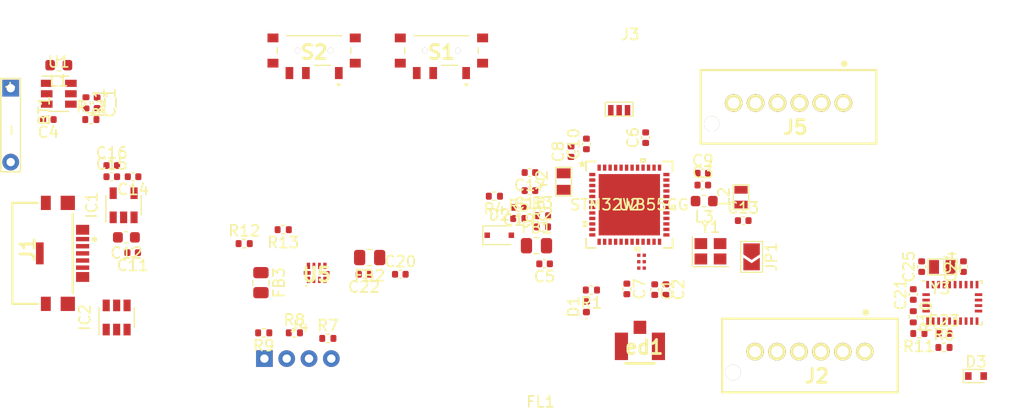
<source format=kicad_pcb>
(kicad_pcb (version 20171130) (host pcbnew 5.1.9-1.fc32)
  (layers (0 F.Cu signal) (1 GND power) (2 PWR power) (31 B.Cu signal) (34 B.Paste user) (35 F.Paste user) (36 B.SilkS user) (37 F.SilkS user) (38 B.Mask user) (39 F.Mask user) (44 Edge.Cuts user))
  (net 0 "")
  (net 1 "Net-(C17-Pad1)")
  (net 2 NRST)
  (net 3 +3V3)
  (net 4 +1V5)
  (net 5 "Net-(R_1-Pad2)")
  (net 6 GND)
  (net 7 "Net-(L1-Pad2)")
  (net 8 I2C_SCL)
  (net 9 I2C_SDA)
  (net 10 "Net-(FB3-Pad1)")
  (net 11 BNO055_INT)
  (net 12 "Net-(U4-Pad13)")
  (net 13 "Net-(U4-Pad12)")
  (net 14 "Net-(C24-Pad1)")
  (net 15 "Net-(U4-Pad8)")
  (net 16 "Net-(U4-Pad7)")
  (net 17 "Net-(U4-Pad21)")
  (net 18 "Net-(U4-Pad22)")
  (net 19 "Net-(U4-Pad23)")
  (net 20 "Net-(U4-Pad24)")
  (net 21 "Net-(C25-Pad1)")
  (net 22 "Net-(U4-Pad1)")
  (net 23 RF1)
  (net 24 SPI_MOSI)
  (net 25 SPI_MISO)
  (net 26 LED_BLUE)
  (net 27 SPI_SCK)
  (net 28 "Net-(C14-Pad1)")
  (net 29 "Net-(J1-Pad4)")
  (net 30 +5V)
  (net 31 "Net-(FL1-Pad1)")
  (net 32 "Net-(C19-Pad1)")
  (net 33 BNO055_RESET)
  (net 34 3v3fromUSB)
  (net 35 "Net-(IC2-Pad6)")
  (net 36 "Net-(IC2-Pad4)")
  (net 37 USB_D+)
  (net 38 USB_D-)
  (net 39 "Net-(C13-Pad1)")
  (net 40 3v3fromBAT)
  (net 41 ADC_ALERT)
  (net 42 GENERAL_PIN_OUT3)
  (net 43 GENERAL_PIN_OUT2)
  (net 44 SYS_JTDO-SWO)
  (net 45 "Net-(U2-Pad42)")
  (net 46 SYS_JTCK-SWCLK)
  (net 47 SYS_JTMS-SWDIO)
  (net 48 "Net-(U2-Pad36)")
  (net 49 "Net-(L3-Pad2)")
  (net 50 "Net-(U2-Pad29)")
  (net 51 "Net-(U2-Pad28)")
  (net 52 "Net-(U2-Pad27)")
  (net 53 "Net-(U2-Pad26)")
  (net 54 "Net-(U2-Pad25)")
  (net 55 "Net-(U2-Pad24)")
  (net 56 "Net-(U2-Pad19)")
  (net 57 "Net-(U2-Pad18)")
  (net 58 "Net-(U2-Pad17)")
  (net 59 GENERAL_PIN_OUT1)
  (net 60 "Net-(U2-Pad12)")
  (net 61 "Net-(U2-Pad11)")
  (net 62 "Net-(U2-Pad9)")
  (net 63 "Net-(R4-Pad1)")
  (net 64 "Net-(C18-Pad1)")
  (net 65 "Net-(C23-Pad1)")
  (net 66 "Net-(R10-Pad1)")
  (net 67 "Net-(R11-Pad1)")
  (net 68 "Net-(C22-Pad2)")
  (net 69 "Net-(U5-Pad7)")
  (net 70 "Net-(R13-Pad1)")
  (net 71 "Net-(D1-Pad2)")
  (net 72 "Net-(J4-Pad4)")
  (net 73 "Net-(J4-Pad3)")
  (net 74 "Net-(J4-Pad2)")
  (net 75 "Net-(L2-Pad2)")
  (net 76 "Net-(C5-Pad1)")
  (net 77 "Net-(S1-PadMP4)")
  (net 78 "Net-(S1-PadMP3)")
  (net 79 "Net-(S1-PadMP2)")
  (net 80 "Net-(S1-PadMP1)")
  (net 81 "Net-(S1-Pad3)")
  (net 82 "Net-(S2-PadMP4)")
  (net 83 "Net-(S2-PadMP3)")
  (net 84 "Net-(S2-PadMP2)")
  (net 85 "Net-(S2-PadMP1)")
  (net 86 "Net-(D3-Pad2)")
  (module RECE_antena_connector:RECE.20279.001E.01 (layer F.Cu) (at 210.6168 99.4664 180)
    (fp_text reference ed1 (at -0.3853 -0.07545) (layer F.SilkS) (effects (font (size 1.27 1.27) (thickness 0.254))))
    (fp_text value RECE.20279.001E.01 hide)
    (pad 3 smd rect (at 0 1.73 180) (size 1.15 1.2) (layers F.Cu F.Paste F.Mask) (net 31 "Net-(FL1-Pad1)"))
    (pad 2 smd rect (at 1.685 0 180) (size 1.2 2.5) (layers F.Cu F.Paste F.Mask) (net 6 GND))
    (pad 1 smd rect (at -1.685 0 180) (size 1.2 2.5) (layers F.Cu F.Paste F.Mask) (net 6 GND))
  )
  (module 0Pretty:Crystal_2012_custom (layer F.Cu) (at 238.1631 92.2528 180)
    (fp_text reference Y3 (at 0.17 -1.95) (layer F.SilkS))
    (fp_text value NX2012SA-32768K)
    (pad 2 smd rect (at 0.75 0.02 180) (size 0.9 1.25) (layers F.Cu F.Paste F.Mask) (net 21 "Net-(C25-Pad1)"))
    (pad 1 smd rect (at -0.75 0.02 180) (size 0.9 1.25) (layers F.Cu F.Paste F.Mask) (net 14 "Net-(C24-Pad1)"))
  )
  (module 0Pretty:Crystal_2012_custom (layer F.Cu) (at 203.6445 84.4535 90)
    (fp_text reference Y2 (at 0.17 -1.95 90) (layer F.SilkS))
    (fp_text value NX2012SA-32768K)
    (pad 2 smd rect (at 0.75 0.02 90) (size 0.9 1.25) (layers F.Cu F.Paste F.Mask) (net 1 "Net-(C17-Pad1)"))
    (pad 1 smd rect (at -0.75 0.02 90) (size 0.9 1.25) (layers F.Cu F.Paste F.Mask) (net 64 "Net-(C18-Pad1)"))
  )
  (module ADS1115:ADS1115IRUGR (layer F.Cu) (at 181.1655 92.7735)
    (fp_text reference U5 (at 0 0.163) (layer F.SilkS) (effects (font (size 1.27 1.27) (thickness 0.254))))
    (fp_text value ADS1115IDGS hide)
    (pad 10 smd rect (at -0.86 0 90) (size 0.35 0.63) (layers F.Cu F.Paste F.Mask) (net 8 I2C_SCL))
    (pad 9 smd rect (at -0.75 -0.638) (size 0.3 0.575) (layers F.Cu F.Paste F.Mask) (net 9 I2C_SDA))
    (pad 8 smd rect (at -0.25 -0.638) (size 0.25 0.575) (layers F.Cu F.Paste F.Mask) (net 68 "Net-(C22-Pad2)"))
    (pad 7 smd rect (at 0.25 -0.638) (size 0.25 0.575) (layers F.Cu F.Paste F.Mask) (net 69 "Net-(U5-Pad7)"))
    (pad 6 smd rect (at 0.75 -0.638) (size 0.3 0.575) (layers F.Cu F.Paste F.Mask) (net 72 "Net-(J4-Pad4)"))
    (pad 5 smd rect (at 0.86 0 90) (size 0.35 0.63) (layers F.Cu F.Paste F.Mask) (net 73 "Net-(J4-Pad3)"))
    (pad 4 smd rect (at 0.75 0.638) (size 0.3 0.575) (layers F.Cu F.Paste F.Mask) (net 74 "Net-(J4-Pad2)"))
    (pad 3 smd rect (at 0.25 0.638) (size 0.25 0.575) (layers F.Cu F.Paste F.Mask) (net 10 "Net-(FB3-Pad1)"))
    (pad 2 smd rect (at -0.25 0.638) (size 0.25 0.575) (layers F.Cu F.Paste F.Mask) (net 41 ADC_ALERT))
    (pad 1 smd rect (at -0.75 0.638) (size 0.3 0.575) (layers F.Cu F.Paste F.Mask) (net 70 "Net-(R13-Pad1)"))
  )
  (module 0Pretty:L_0712_SMD (layer F.Cu) (at 219.8243 85.8774 90)
    (fp_text reference L2 (at 0.06 -1.55 90) (layer F.SilkS))
    (fp_text value 10u)
    (pad 2 smd rect (at 0.67 0 90) (size 0.7 1.2) (layers F.Cu F.Paste F.Mask) (net 75 "Net-(L2-Pad2)"))
    (pad 1 smd rect (at -0.67 0 90) (size 0.7 1.2) (layers F.Cu F.Paste F.Mask) (net 39 "Net-(C13-Pad1)"))
  )
  (module Package_TO_SOT_SMD:SOT-23-6 (layer F.Cu) (at 162.941 96.8375 90)
    (fp_text reference IC2 (at 0 -2.9 90) (layer F.SilkS))
    (fp_text value USBLC6-2SC6)
    (pad 5 smd rect (at 1.1 0 90) (size 1.06 0.65) (layers F.Cu F.Paste F.Mask) (net 30 +5V))
    (pad 6 smd rect (at 1.1 -0.95 90) (size 1.06 0.65) (layers F.Cu F.Paste F.Mask) (net 35 "Net-(IC2-Pad6)"))
    (pad 4 smd rect (at 1.1 0.95 90) (size 1.06 0.65) (layers F.Cu F.Paste F.Mask) (net 36 "Net-(IC2-Pad4)"))
    (pad 3 smd rect (at -1.1 0.95 90) (size 1.06 0.65) (layers F.Cu F.Paste F.Mask) (net 37 USB_D+))
    (pad 2 smd rect (at -1.1 0 90) (size 1.06 0.65) (layers F.Cu F.Paste F.Mask) (net 6 GND))
    (pad 1 smd rect (at -1.1 -0.95 90) (size 1.06 0.65) (layers F.Cu F.Paste F.Mask) (net 38 USB_D-))
  )
  (module Package_TO_SOT_SMD:SOT-23-5 (layer F.Cu) (at 163.576 86.614 90)
    (fp_text reference IC1 (at 0 -2.9 90) (layer F.SilkS))
    (fp_text value LD3985M33R)
    (pad 5 smd rect (at 1.1 -0.95 90) (size 1.06 0.65) (layers F.Cu F.Paste F.Mask) (net 34 3v3fromUSB))
    (pad 4 smd rect (at 1.1 0.95 90) (size 1.06 0.65) (layers F.Cu F.Paste F.Mask) (net 28 "Net-(C14-Pad1)"))
    (pad 3 smd rect (at -1.1 0.95 90) (size 1.06 0.65) (layers F.Cu F.Paste F.Mask) (net 30 +5V))
    (pad 2 smd rect (at -1.1 0 90) (size 1.06 0.65) (layers F.Cu F.Paste F.Mask) (net 6 GND))
    (pad 1 smd rect (at -1.1 -0.95 90) (size 1.06 0.65) (layers F.Cu F.Paste F.Mask) (net 30 +5V))
  )
  (module vypinac:MLL1200S (layer F.Cu) (at 192.532 72.517 180)
    (fp_text reference S1 (at 0 -0.15) (layer F.SilkS) (effects (font (size 1.27 1.27) (thickness 0.254))))
    (fp_text value MLL1200S hide)
    (pad MP4 smd rect (at -3.75 1.15 270) (size 0.8 1) (layers F.Cu F.Paste F.Mask) (net 77 "Net-(S1-PadMP4)"))
    (pad MP3 smd rect (at 3.75 1.15 270) (size 0.8 1) (layers F.Cu F.Paste F.Mask) (net 78 "Net-(S1-PadMP3)"))
    (pad MP2 smd rect (at 3.75 -1.15 270) (size 0.8 1) (layers F.Cu F.Paste F.Mask) (net 79 "Net-(S1-PadMP2)"))
    (pad MP1 smd rect (at -3.75 -1.15 270) (size 0.8 1) (layers F.Cu F.Paste F.Mask) (net 80 "Net-(S1-PadMP1)"))
    (pad MH2 thru_hole circle (at 1.5 0 270) (size 0.5 0.5) (drill 1) (layers *.Cu *.Mask F.SilkS))
    (pad MH1 thru_hole circle (at -1.5 0 270) (size 0.5 0.5) (drill 1) (layers *.Cu *.Mask F.SilkS))
    (pad 3 smd rect (at 2.25 -2.05 180) (size 0.7 1.1) (layers F.Cu F.Paste F.Mask) (net 81 "Net-(S1-Pad3)"))
    (pad 2 smd rect (at 0.75 -2.05 180) (size 0.7 1.1) (layers F.Cu F.Paste F.Mask) (net 63 "Net-(R4-Pad1)"))
    (pad 1 smd rect (at -2.25 -2.05 180) (size 0.7 1.1) (layers F.Cu F.Paste F.Mask) (net 3 +3V3))
  )
  (module 0Pretty:MLPF-WB55-02E3 (layer F.Cu) (at 211.2205 92.5875 180)
    (fp_text reference FL1 (at 9.652 -11.938) (layer F.SilkS))
    (fp_text value MLPF-WB55-01E3)
    (pad 5 smd rect (at 0.71 0.83 180) (size 0.3 0.3) (layers F.Cu F.Paste F.Mask) (net 6 GND))
    (pad 6 smd rect (at 0.71 1.42 180) (size 0.3 0.3) (layers F.Cu F.Paste F.Mask) (net 6 GND))
    (pad 3 smd rect (at 0.21 1.42 180) (size 0.3 0.3) (layers F.Cu F.Paste F.Mask) (net 23 RF1))
    (pad 2 smd rect (at 0.21 0.83 180) (size 0.3 0.3) (layers F.Cu F.Paste F.Mask) (net 6 GND))
    (pad 4 smd rect (at 0.71 0.25 180) (size 0.3 0.3) (layers F.Cu F.Paste F.Mask) (net 6 GND))
    (pad 1 smd rect (at 0.21 0.25 180) (size 0.3 0.3) (layers F.Cu F.Paste F.Mask) (net 31 "Net-(FL1-Pad1)"))
  )
  (module vypinac:MLL1200S (layer F.Cu) (at 180.932 72.517 180)
    (fp_text reference S2 (at 0 -0.15) (layer F.SilkS) (effects (font (size 1.27 1.27) (thickness 0.254))))
    (fp_text value MLL1200S hide)
    (pad MP4 smd rect (at -3.75 1.15 270) (size 0.8 1) (layers F.Cu F.Paste F.Mask) (net 82 "Net-(S2-PadMP4)"))
    (pad MP3 smd rect (at 3.75 1.15 270) (size 0.8 1) (layers F.Cu F.Paste F.Mask) (net 83 "Net-(S2-PadMP3)"))
    (pad MP2 smd rect (at 3.75 -1.15 270) (size 0.8 1) (layers F.Cu F.Paste F.Mask) (net 84 "Net-(S2-PadMP2)"))
    (pad MP1 smd rect (at -3.75 -1.15 270) (size 0.8 1) (layers F.Cu F.Paste F.Mask) (net 85 "Net-(S2-PadMP1)"))
    (pad MH2 thru_hole circle (at 1.5 0 270) (size 0.5 0.5) (drill 1) (layers *.Cu *.Mask F.SilkS))
    (pad MH1 thru_hole circle (at -1.5 0 270) (size 0.5 0.5) (drill 1) (layers *.Cu *.Mask F.SilkS))
    (pad 3 smd rect (at 2.25 -2.05 180) (size 0.7 1.1) (layers F.Cu F.Paste F.Mask) (net 34 3v3fromUSB))
    (pad 2 smd rect (at 0.75 -2.05 180) (size 0.7 1.1) (layers F.Cu F.Paste F.Mask) (net 3 +3V3))
    (pad 1 smd rect (at -2.25 -2.05 180) (size 0.7 1.1) (layers F.Cu F.Paste F.Mask) (net 40 3v3fromBAT))
  )
  (module Diode_SMD:D_SOD-523 (layer F.Cu) (at 241.235 102.1715)
    (fp_text reference D3 (at 0 -1.3) (layer F.SilkS))
    (fp_text value 1N4148WT)
    (pad 1 smd rect (at -0.7 0 180) (size 0.6 0.7) (layers F.Cu F.Paste F.Mask) (net 33 BNO055_RESET))
    (pad 2 smd rect (at 0.7 0 180) (size 0.6 0.7) (layers F.Cu F.Paste F.Mask) (net 86 "Net-(D3-Pad2)"))
  )
  (module 0Pretty:battery_connector (layer F.Cu) (at 154.178 78.105 270)
    (fp_text reference BT1 (at -0.127 -2.159 270) (layer F.SilkS))
    (fp_text value Battery_Cell)
    (fp_text user - (at 1.651 0.889 90) (layer F.SilkS))
    (fp_text user + (at -2.286 1.016 90) (layer F.SilkS))
    (pad 2 thru_hole circle (at 4.572 0.889 270) (size 1.524 1.524) (drill 0.762) (layers *.Cu *.Mask) (net 6 GND))
    (pad 1 thru_hole rect (at -2.159 0.889 270) (size 1.524 1.524) (drill 0.762) (layers *.Cu *.Mask) (net 4 +1V5))
  )
  (module Resistor_SMD:R_0402_1005Metric (layer F.Cu) (at 160.5915 78.8035)
    (fp_text reference R_2 (at 0 -1.17) (layer F.SilkS))
    (fp_text value 562k)
    (pad 2 smd roundrect (at 0.51 0) (size 0.54 0.64) (layers F.Cu F.Paste F.Mask) (net 6 GND))
    (pad 1 smd roundrect (at -0.51 0) (size 0.54 0.64) (layers F.Cu F.Paste F.Mask) (net 5 "Net-(R_1-Pad2)"))
  )
  (module Resistor_SMD:R_0402_1005Metric (layer F.Cu) (at 160.147 77.2795 270)
    (fp_text reference R_1 (at 0 -1.17 90) (layer F.SilkS))
    (fp_text value 976k)
    (pad 2 smd roundrect (at 0.51 0 270) (size 0.54 0.64) (layers F.Cu F.Paste F.Mask) (net 5 "Net-(R_1-Pad2)"))
    (pad 1 smd roundrect (at -0.51 0 270) (size 0.54 0.64) (layers F.Cu F.Paste F.Mask) (net 40 3v3fromBAT))
  )
  (module Resistor_SMD:R_0402_1005Metric (layer F.Cu) (at 178.1175 88.8365 180)
    (fp_text reference R13 (at 0 -1.17) (layer F.SilkS))
    (fp_text value 10K)
    (pad 2 smd roundrect (at 0.51 0 180) (size 0.54 0.64) (layers F.Cu F.Paste F.Mask) (net 6 GND))
    (pad 1 smd roundrect (at -0.51 0 180) (size 0.54 0.64) (layers F.Cu F.Paste F.Mask) (net 70 "Net-(R13-Pad1)"))
  )
  (module Resistor_SMD:R_0402_1005Metric (layer F.Cu) (at 174.5615 90.1065)
    (fp_text reference R12 (at 0 -1.17) (layer F.SilkS))
    (fp_text value 10K)
    (pad 2 smd roundrect (at 0.51 0) (size 0.54 0.64) (layers F.Cu F.Paste F.Mask) (net 41 ADC_ALERT))
    (pad 1 smd roundrect (at -0.51 0) (size 0.54 0.64) (layers F.Cu F.Paste F.Mask) (net 3 +3V3))
  )
  (module Resistor_SMD:R_0402_1005Metric (layer F.Cu) (at 236.0295 98.298 180)
    (fp_text reference R11 (at 0 -1.17) (layer F.SilkS))
    (fp_text value 10K)
    (pad 2 smd roundrect (at 0.51 0 180) (size 0.54 0.64) (layers F.Cu F.Paste F.Mask) (net 6 GND))
    (pad 1 smd roundrect (at -0.51 0 180) (size 0.54 0.64) (layers F.Cu F.Paste F.Mask) (net 67 "Net-(R11-Pad1)"))
  )
  (module Resistor_SMD:R_0402_1005Metric (layer F.Cu) (at 235.5215 96.774 270)
    (fp_text reference R10 (at 0 -1.17 90) (layer F.SilkS))
    (fp_text value 10K)
    (pad 2 smd roundrect (at 0.51 0 270) (size 0.54 0.64) (layers F.Cu F.Paste F.Mask) (net 6 GND))
    (pad 1 smd roundrect (at -0.51 0 270) (size 0.54 0.64) (layers F.Cu F.Paste F.Mask) (net 66 "Net-(R10-Pad1)"))
  )
  (module Resistor_SMD:R_0402_1005Metric (layer F.Cu) (at 176.3395 98.2345 180)
    (fp_text reference R9 (at 0 -1.17) (layer F.SilkS))
    (fp_text value 100K)
    (pad 2 smd roundrect (at 0.51 0 180) (size 0.54 0.64) (layers F.Cu F.Paste F.Mask) (net 6 GND))
    (pad 1 smd roundrect (at -0.51 0 180) (size 0.54 0.64) (layers F.Cu F.Paste F.Mask) (net 74 "Net-(J4-Pad2)"))
  )
  (module Resistor_SMD:R_0402_1005Metric (layer F.Cu) (at 179.1335 98.2345)
    (fp_text reference R8 (at 0 -1.17) (layer F.SilkS))
    (fp_text value 100K)
    (pad 2 smd roundrect (at 0.51 0) (size 0.54 0.64) (layers F.Cu F.Paste F.Mask) (net 6 GND))
    (pad 1 smd roundrect (at -0.51 0) (size 0.54 0.64) (layers F.Cu F.Paste F.Mask) (net 73 "Net-(J4-Pad3)"))
  )
  (module Resistor_SMD:R_0402_1005Metric (layer F.Cu) (at 182.1815 98.7425)
    (fp_text reference R7 (at 0 -1.17) (layer F.SilkS))
    (fp_text value 100K)
    (pad 2 smd roundrect (at 0.51 0) (size 0.54 0.64) (layers F.Cu F.Paste F.Mask) (net 6 GND))
    (pad 1 smd roundrect (at -0.51 0) (size 0.54 0.64) (layers F.Cu F.Paste F.Mask) (net 72 "Net-(J4-Pad4)"))
  )
  (module Resistor_SMD:R_0402_1005Metric (layer F.Cu) (at 238.3155 99.568)
    (fp_text reference R6 (at 0 -1.17) (layer F.SilkS))
    (fp_text value 10K)
    (pad 2 smd roundrect (at 0.51 0) (size 0.54 0.64) (layers F.Cu F.Paste F.Mask) (net 86 "Net-(D3-Pad2)"))
    (pad 1 smd roundrect (at -0.51 0) (size 0.54 0.64) (layers F.Cu F.Paste F.Mask) (net 3 +3V3))
  )
  (module Resistor_SMD:R_0402_1005Metric (layer F.Cu) (at 199.5805 87.8205)
    (fp_text reference R5 (at 0 -1.17) (layer F.SilkS))
    (fp_text value 100K)
    (pad 2 smd roundrect (at 0.51 0) (size 0.54 0.64) (layers F.Cu F.Paste F.Mask) (net 32 "Net-(C19-Pad1)"))
    (pad 1 smd roundrect (at -0.51 0) (size 0.54 0.64) (layers F.Cu F.Paste F.Mask) (net 3 +3V3))
  )
  (module Resistor_SMD:R_0402_1005Metric (layer F.Cu) (at 197.358 85.7885 180)
    (fp_text reference R4 (at 0 -1.17) (layer F.SilkS))
    (fp_text value 10K)
    (pad 2 smd roundrect (at 0.51 0 180) (size 0.54 0.64) (layers F.Cu F.Paste F.Mask) (net 6 GND))
    (pad 1 smd roundrect (at -0.51 0 180) (size 0.54 0.64) (layers F.Cu F.Paste F.Mask) (net 63 "Net-(R4-Pad1)"))
  )
  (module Resistor_SMD:R_0402_1005Metric (layer F.Cu) (at 201.7395 87.5665)
    (fp_text reference R3 (at 0 -1.17) (layer F.SilkS))
    (fp_text value 10K)
    (pad 2 smd roundrect (at 0.51 0) (size 0.54 0.64) (layers F.Cu F.Paste F.Mask) (net 8 I2C_SCL))
    (pad 1 smd roundrect (at -0.51 0) (size 0.54 0.64) (layers F.Cu F.Paste F.Mask) (net 3 +3V3))
  )
  (module Resistor_SMD:R_0402_1005Metric (layer F.Cu) (at 201.7395 88.5825)
    (fp_text reference R2 (at 0 -1.17) (layer F.SilkS))
    (fp_text value 10K)
    (pad 2 smd roundrect (at 0.51 0) (size 0.54 0.64) (layers F.Cu F.Paste F.Mask) (net 9 I2C_SDA))
    (pad 1 smd roundrect (at -0.51 0) (size 0.54 0.64) (layers F.Cu F.Paste F.Mask) (net 3 +3V3))
  )
  (module Resistor_SMD:R_0402_1005Metric (layer F.Cu) (at 206.1952 94.3356 180)
    (fp_text reference R1 (at 0 -1.17) (layer F.SilkS))
    (fp_text value 100K)
    (pad 2 smd roundrect (at 0.51 0 180) (size 0.54 0.64) (layers F.Cu F.Paste F.Mask) (net 71 "Net-(D1-Pad2)"))
    (pad 1 smd roundrect (at -0.51 0 180) (size 0.54 0.64) (layers F.Cu F.Paste F.Mask) (net 26 LED_BLUE))
  )
  (module Inductor_SMD:L_0603_1608Metric (layer F.Cu) (at 216.4715 86.233 180)
    (fp_text reference L3 (at 0 -1.43) (layer F.SilkS))
    (fp_text value 10n)
    (pad 2 smd roundrect (at 0.7875 0 180) (size 0.875 0.95) (layers F.Cu F.Paste F.Mask) (net 49 "Net-(L3-Pad2)"))
    (pad 1 smd roundrect (at -0.7875 0 180) (size 0.875 0.95) (layers F.Cu F.Paste F.Mask) (net 75 "Net-(L2-Pad2)"))
  )
  (module Inductor_SMD:L_0603_1608Metric (layer F.Cu) (at 157.6705 73.8505 180)
    (fp_text reference L1 (at 0 -1.43) (layer F.SilkS))
    (fp_text value 4u7)
    (pad 2 smd roundrect (at 0.7875 0 180) (size 0.875 0.95) (layers F.Cu F.Paste F.Mask) (net 7 "Net-(L1-Pad2)"))
    (pad 1 smd roundrect (at -0.7875 0 180) (size 0.875 0.95) (layers F.Cu F.Paste F.Mask) (net 4 +1V5))
  )
  (module Molexkonektor:55932-0610 (layer F.Cu) (at 224.155 74.295 180)
    (fp_text reference J5 (at -0.627 -5.219) (layer F.SilkS) (effects (font (size 1.27 1.27) (thickness 0.254))))
    (fp_text value Conn_01x06_Male hide)
    (pad 7 thru_hole circle (at 7 -4.9 270) (size 1.4 1.4) (drill 1.4) (layers *.Cu *.Mask F.SilkS))
    (pad 6 thru_hole circle (at 5 -3 270) (size 1.6 1.6) (drill 1.05) (layers *.Cu *.Mask F.SilkS) (net 6 GND))
    (pad 5 thru_hole circle (at 3 -3 270) (size 1.6 1.6) (drill 1.05) (layers *.Cu *.Mask F.SilkS) (net 44 SYS_JTDO-SWO))
    (pad 4 thru_hole circle (at 1 -3 270) (size 1.6 1.6) (drill 1.05) (layers *.Cu *.Mask F.SilkS) (net 46 SYS_JTCK-SWCLK))
    (pad 3 thru_hole circle (at -1 -3 270) (size 1.6 1.6) (drill 1.05) (layers *.Cu *.Mask F.SilkS) (net 47 SYS_JTMS-SWDIO))
    (pad 2 thru_hole circle (at -3 -3 270) (size 1.6 1.6) (drill 1.05) (layers *.Cu *.Mask F.SilkS) (net 2 NRST))
    (pad 1 thru_hole circle (at -5 -3 270) (size 1.6 1.6) (drill 1.05) (layers *.Cu *.Mask F.SilkS) (net 3 +3V3))
  )
  (module 0Pretty:Pin_FSR (layer F.Cu) (at 178.562 99.822)
    (fp_text reference J4 (at 1.016 -2.159) (layer F.SilkS))
    (fp_text value Conn_01x04_Male)
    (pad 4 thru_hole oval (at 3.937 0.762) (size 1.524 1.524) (drill 0.762) (layers *.Cu *.Mask) (net 72 "Net-(J4-Pad4)"))
    (pad 3 thru_hole oval (at 1.905 0.762) (size 1.524 1.524) (drill 0.762) (layers *.Cu *.Mask) (net 73 "Net-(J4-Pad3)"))
    (pad 2 thru_hole oval (at -0.127 0.762) (size 1.524 1.524) (drill 0.762) (layers *.Cu *.Mask) (net 74 "Net-(J4-Pad2)"))
    (pad 1 thru_hole rect (at -2.159 0.762) (size 1.524 1.524) (drill 0.762) (layers *.Cu *.Mask) (net 3 +3V3))
  )
  (module 0Pretty:PCB_Pin_connector (layer F.Cu) (at 209.7405 77.47)
    (fp_text reference J3 (at -0.01 -6.42) (layer F.SilkS))
    (fp_text value Conn_01x03_Male)
    (pad 1 connect rect (at -1.778 0.508) (size 0.5 1) (layers F.Cu F.Mask) (net 42 GENERAL_PIN_OUT3))
    (pad 2 smd rect (at -1.016 0.508) (size 0.5 1) (layers F.Cu F.Paste F.Mask) (net 43 GENERAL_PIN_OUT2))
    (pad 3 smd rect (at -0.254 0.508) (size 0.5 1) (layers F.Cu F.Paste F.Mask) (net 59 GENERAL_PIN_OUT1))
  )
  (module Molexkonektor:55932-0610 (layer F.Cu) (at 226.1075 96.949 180)
    (fp_text reference J2 (at -0.627 -5.219) (layer F.SilkS) (effects (font (size 1.27 1.27) (thickness 0.254))))
    (fp_text value Conn_01x06_Male hide)
    (pad 7 thru_hole circle (at 7 -4.9 270) (size 1.4 1.4) (drill 1.4) (layers *.Cu *.Mask F.SilkS))
    (pad 6 thru_hole circle (at 5 -3 270) (size 1.6 1.6) (drill 1.05) (layers *.Cu *.Mask F.SilkS) (net 9 I2C_SDA))
    (pad 5 thru_hole circle (at 3 -3 270) (size 1.6 1.6) (drill 1.05) (layers *.Cu *.Mask F.SilkS) (net 8 I2C_SCL))
    (pad 4 thru_hole circle (at 1 -3 270) (size 1.6 1.6) (drill 1.05) (layers *.Cu *.Mask F.SilkS) (net 33 BNO055_RESET))
    (pad 3 thru_hole circle (at -1 -3 270) (size 1.6 1.6) (drill 1.05) (layers *.Cu *.Mask F.SilkS) (net 27 SPI_SCK))
    (pad 2 thru_hole circle (at -3 -3 270) (size 1.6 1.6) (drill 1.05) (layers *.Cu *.Mask F.SilkS) (net 25 SPI_MISO))
    (pad 1 thru_hole circle (at -5 -3 270) (size 1.6 1.6) (drill 1.05) (layers *.Cu *.Mask F.SilkS) (net 24 SPI_MOSI))
  )
  (module Resistor_SMD:R_0805_2012Metric (layer F.Cu) (at 176.0855 93.6625 270)
    (fp_text reference FB3 (at 0 -1.65 90) (layer F.SilkS))
    (fp_text value MMZ2012Y152BTD25)
    (pad 2 smd roundrect (at 0.9125 0 270) (size 1.025 1.4) (layers F.Cu F.Paste F.Mask) (roundrect_rratio 0.243902) (net 6 GND))
    (pad 1 smd roundrect (at -0.9125 0 270) (size 1.025 1.4) (layers F.Cu F.Paste F.Mask) (roundrect_rratio 0.243902) (net 10 "Net-(FB3-Pad1)"))
  )
  (module Resistor_SMD:R_0805_2012Metric (layer F.Cu) (at 185.9915 91.3765 180)
    (fp_text reference FB2 (at 0 -1.65) (layer F.SilkS))
    (fp_text value MMZ2012Y152BTD25)
    (pad 2 smd roundrect (at 0.9125 0 180) (size 1.025 1.4) (layers F.Cu F.Paste F.Mask) (roundrect_rratio 0.243902) (net 68 "Net-(C22-Pad2)"))
    (pad 1 smd roundrect (at -0.9125 0 180) (size 1.025 1.4) (layers F.Cu F.Paste F.Mask) (roundrect_rratio 0.243902) (net 3 +3V3))
  )
  (module Resistor_SMD:R_0805_2012Metric (layer F.Cu) (at 201.1915 90.297)
    (fp_text reference FB1 (at 0 -1.65) (layer F.SilkS))
    (fp_text value Z0805C601BSMST)
    (pad 2 smd roundrect (at 0.9125 0) (size 1.025 1.4) (layers F.Cu F.Paste F.Mask) (roundrect_rratio 0.243902) (net 76 "Net-(C5-Pad1)"))
    (pad 1 smd roundrect (at -0.9125 0) (size 1.025 1.4) (layers F.Cu F.Paste F.Mask) (roundrect_rratio 0.243902) (net 3 +3V3))
  )
  (module LED_SMD:LED_0402_1005Metric (layer F.Cu) (at 205.74 95.8596 90)
    (fp_text reference D1 (at 0 -1.17 90) (layer F.SilkS))
    (fp_text value "LED Blue")
    (pad 2 smd roundrect (at 0.485 0 90) (size 0.59 0.64) (layers F.Cu F.Paste F.Mask) (net 71 "Net-(D1-Pad2)"))
    (pad 1 smd roundrect (at -0.485 0 90) (size 0.59 0.64) (layers F.Cu F.Paste F.Mask) (net 6 GND))
  )
  (module Capacitor_SMD:C_0402_1005Metric (layer F.Cu) (at 161.163 77.2795 270)
    (fp_text reference C_1 (at 0 -1.16 90) (layer F.SilkS))
    (fp_text value 10u)
    (pad 2 smd roundrect (at 0.48 0 270) (size 0.56 0.62) (layers F.Cu F.Paste F.Mask) (net 6 GND))
    (pad 1 smd roundrect (at -0.48 0 270) (size 0.56 0.62) (layers F.Cu F.Paste F.Mask) (net 40 3v3fromBAT))
  )
  (module Capacitor_SMD:C_0402_1005Metric (layer F.Cu) (at 236.2835 92.202 90)
    (fp_text reference C25 (at 0 -1.16 90) (layer F.SilkS))
    (fp_text value 22p)
    (pad 2 smd roundrect (at 0.48 0 90) (size 0.56 0.62) (layers F.Cu F.Paste F.Mask) (net 6 GND))
    (pad 1 smd roundrect (at -0.48 0 90) (size 0.56 0.62) (layers F.Cu F.Paste F.Mask) (net 21 "Net-(C25-Pad1)"))
  )
  (module Capacitor_SMD:C_0402_1005Metric (layer F.Cu) (at 240.0935 92.202 90)
    (fp_text reference C24 (at 0 -1.16 90) (layer F.SilkS))
    (fp_text value 22p)
    (pad 2 smd roundrect (at 0.48 0 90) (size 0.56 0.62) (layers F.Cu F.Paste F.Mask) (net 6 GND))
    (pad 1 smd roundrect (at -0.48 0 90) (size 0.56 0.62) (layers F.Cu F.Paste F.Mask) (net 14 "Net-(C24-Pad1)"))
  )
  (module Capacitor_SMD:C_0402_1005Metric (layer F.Cu) (at 238.3155 98.298)
    (fp_text reference C23 (at 0 -1.16) (layer F.SilkS))
    (fp_text value 1u)
    (pad 2 smd roundrect (at 0.48 0) (size 0.56 0.62) (layers F.Cu F.Paste F.Mask) (net 6 GND))
    (pad 1 smd roundrect (at -0.48 0) (size 0.56 0.62) (layers F.Cu F.Paste F.Mask) (net 65 "Net-(C23-Pad1)"))
  )
  (module Capacitor_SMD:C_0402_1005Metric (layer F.Cu) (at 185.4835 92.9005 180)
    (fp_text reference C22 (at 0 -1.16) (layer F.SilkS))
    (fp_text value 1u)
    (pad 2 smd roundrect (at 0.48 0 180) (size 0.56 0.62) (layers F.Cu F.Paste F.Mask) (net 68 "Net-(C22-Pad2)"))
    (pad 1 smd roundrect (at -0.48 0 180) (size 0.56 0.62) (layers F.Cu F.Paste F.Mask) (net 6 GND))
  )
  (module Capacitor_SMD:C_0402_1005Metric (layer F.Cu) (at 235.5215 94.742 90)
    (fp_text reference C21 (at 0 -1.16 90) (layer F.SilkS))
    (fp_text value 100n)
    (pad 2 smd roundrect (at 0.48 0 90) (size 0.56 0.62) (layers F.Cu F.Paste F.Mask) (net 6 GND))
    (pad 1 smd roundrect (at -0.48 0 90) (size 0.56 0.62) (layers F.Cu F.Paste F.Mask) (net 3 +3V3))
  )
  (module Capacitor_SMD:C_0402_1005Metric (layer F.Cu) (at 188.7855 92.9005)
    (fp_text reference C20 (at 0 -1.16) (layer F.SilkS))
    (fp_text value 1u)
    (pad 2 smd roundrect (at 0.48 0) (size 0.56 0.62) (layers F.Cu F.Paste F.Mask) (net 3 +3V3))
    (pad 1 smd roundrect (at -0.48 0) (size 0.56 0.62) (layers F.Cu F.Paste F.Mask) (net 6 GND))
  )
  (module Capacitor_SMD:C_0402_1005Metric (layer F.Cu) (at 199.5805 86.8045 180)
    (fp_text reference C19 (at 0 -1.16) (layer F.SilkS))
    (fp_text value 100n)
    (pad 2 smd roundrect (at 0.48 0 180) (size 0.56 0.62) (layers F.Cu F.Paste F.Mask) (net 6 GND))
    (pad 1 smd roundrect (at -0.48 0 180) (size 0.56 0.62) (layers F.Cu F.Paste F.Mask) (net 32 "Net-(C19-Pad1)"))
  )
  (module Capacitor_SMD:C_0402_1005Metric (layer F.Cu) (at 200.5965 85.2805 180)
    (fp_text reference C18 (at 0 -1.16) (layer F.SilkS))
    (fp_text value 4p3)
    (pad 2 smd roundrect (at 0.48 0 180) (size 0.56 0.62) (layers F.Cu F.Paste F.Mask) (net 6 GND))
    (pad 1 smd roundrect (at -0.48 0 180) (size 0.56 0.62) (layers F.Cu F.Paste F.Mask) (net 64 "Net-(C18-Pad1)"))
  )
  (module Capacitor_SMD:C_0402_1005Metric (layer F.Cu) (at 200.5965 83.6295 180)
    (fp_text reference C17 (at 0 -1.16) (layer F.SilkS))
    (fp_text value 4p3)
    (pad 2 smd roundrect (at 0.48 0 180) (size 0.56 0.62) (layers F.Cu F.Paste F.Mask) (net 6 GND))
    (pad 1 smd roundrect (at -0.48 0 180) (size 0.56 0.62) (layers F.Cu F.Paste F.Mask) (net 1 "Net-(C17-Pad1)"))
  )
  (module Capacitor_SMD:C_0402_1005Metric (layer F.Cu) (at 162.4965 82.9945)
    (fp_text reference C16 (at 0 -1.16) (layer F.SilkS))
    (fp_text value 1u)
    (pad 2 smd roundrect (at 0.48 0) (size 0.56 0.62) (layers F.Cu F.Paste F.Mask) (net 6 GND))
    (pad 1 smd roundrect (at -0.48 0) (size 0.56 0.62) (layers F.Cu F.Paste F.Mask) (net 34 3v3fromUSB))
  )
  (module Capacitor_SMD:C_0402_1005Metric (layer F.Cu) (at 162.4965 84.0105)
    (fp_text reference C15 (at 0 -1.16) (layer F.SilkS))
    (fp_text value 100n)
    (pad 2 smd roundrect (at 0.48 0) (size 0.56 0.62) (layers F.Cu F.Paste F.Mask) (net 6 GND))
    (pad 1 smd roundrect (at -0.48 0) (size 0.56 0.62) (layers F.Cu F.Paste F.Mask) (net 34 3v3fromUSB))
  )
  (module Capacitor_SMD:C_0402_1005Metric (layer F.Cu) (at 164.437 84.0105 180)
    (fp_text reference C14 (at 0 -1.16) (layer F.SilkS))
    (fp_text value 10n)
    (pad 2 smd roundrect (at 0.48 0 180) (size 0.56 0.62) (layers F.Cu F.Paste F.Mask) (net 6 GND))
    (pad 1 smd roundrect (at -0.48 0 180) (size 0.56 0.62) (layers F.Cu F.Paste F.Mask) (net 28 "Net-(C14-Pad1)"))
  )
  (module Capacitor_SMD:C_0402_1005Metric (layer F.Cu) (at 220.0275 88.011)
    (fp_text reference C13 (at 0 -1.16) (layer F.SilkS))
    (fp_text value 4u7)
    (pad 2 smd roundrect (at 0.48 0) (size 0.56 0.62) (layers F.Cu F.Paste F.Mask) (net 6 GND))
    (pad 1 smd roundrect (at -0.48 0) (size 0.56 0.62) (layers F.Cu F.Paste F.Mask) (net 39 "Net-(C13-Pad1)"))
  )
  (module Capacitor_SMD:C_0603_1608Metric (layer F.Cu) (at 163.83 89.535 180)
    (fp_text reference C12 (at 0 -1.43) (layer F.SilkS))
    (fp_text value 100n)
    (pad 2 smd roundrect (at 0.775 0 180) (size 0.9 0.95) (layers F.Cu F.Paste F.Mask) (net 6 GND))
    (pad 1 smd roundrect (at -0.775 0 180) (size 0.9 0.95) (layers F.Cu F.Paste F.Mask) (net 30 +5V))
  )
  (module Capacitor_SMD:C_0402_1005Metric (layer F.Cu) (at 164.4015 90.932 180)
    (fp_text reference C11 (at 0 -1.16) (layer F.SilkS))
    (fp_text value 1u)
    (pad 2 smd roundrect (at 0.48 0 180) (size 0.56 0.62) (layers F.Cu F.Paste F.Mask) (net 6 GND))
    (pad 1 smd roundrect (at -0.48 0 180) (size 0.56 0.62) (layers F.Cu F.Paste F.Mask) (net 30 +5V))
  )
  (module Capacitor_SMD:C_0402_1005Metric (layer F.Cu) (at 205.74 81.026 90)
    (fp_text reference C10 (at 0 -1.16 90) (layer F.SilkS))
    (fp_text value 100n)
    (pad 2 smd roundrect (at 0.48 0 90) (size 0.56 0.62) (layers F.Cu F.Paste F.Mask) (net 6 GND))
    (pad 1 smd roundrect (at -0.48 0 90) (size 0.56 0.62) (layers F.Cu F.Paste F.Mask) (net 3 +3V3))
  )
  (module Capacitor_SMD:C_0402_1005Metric (layer F.Cu) (at 216.3445 83.693)
    (fp_text reference C9 (at 0 -1.16) (layer F.SilkS))
    (fp_text value 100n)
    (pad 2 smd roundrect (at 0.48 0) (size 0.56 0.62) (layers F.Cu F.Paste F.Mask) (net 6 GND))
    (pad 1 smd roundrect (at -0.48 0) (size 0.56 0.62) (layers F.Cu F.Paste F.Mask) (net 3 +3V3))
  )
  (module Capacitor_SMD:C_0402_1005Metric (layer F.Cu) (at 204.343 81.7245 90)
    (fp_text reference C8 (at 0 -1.16 90) (layer F.SilkS))
    (fp_text value 100n)
    (pad 2 smd roundrect (at 0.48 0 90) (size 0.56 0.62) (layers F.Cu F.Paste F.Mask) (net 6 GND))
    (pad 1 smd roundrect (at -0.48 0 90) (size 0.56 0.62) (layers F.Cu F.Paste F.Mask) (net 3 +3V3))
  )
  (module Capacitor_SMD:C_0402_1005Metric (layer F.Cu) (at 209.423 94.234 270)
    (fp_text reference C7 (at 0 -1.16 90) (layer F.SilkS))
    (fp_text value 100n)
    (pad 2 smd roundrect (at 0.48 0 270) (size 0.56 0.62) (layers F.Cu F.Paste F.Mask) (net 6 GND))
    (pad 1 smd roundrect (at -0.48 0 270) (size 0.56 0.62) (layers F.Cu F.Paste F.Mask) (net 3 +3V3))
  )
  (module Capacitor_SMD:C_0402_1005Metric (layer F.Cu) (at 211.1375 80.4545 90)
    (fp_text reference C6 (at 0 -1.16 90) (layer F.SilkS))
    (fp_text value 100n)
    (pad 2 smd roundrect (at 0.48 0 90) (size 0.56 0.62) (layers F.Cu F.Paste F.Mask) (net 6 GND))
    (pad 1 smd roundrect (at -0.48 0 90) (size 0.56 0.62) (layers F.Cu F.Paste F.Mask) (net 3 +3V3))
  )
  (module Capacitor_SMD:C_0402_1005Metric (layer F.Cu) (at 156.718 78.8035 180)
    (fp_text reference C4 (at 0 -1.16) (layer F.SilkS))
    (fp_text value 4u7)
    (pad 2 smd roundrect (at 0.48 0 180) (size 0.56 0.62) (layers F.Cu F.Paste F.Mask) (net 6 GND))
    (pad 1 smd roundrect (at -0.48 0 180) (size 0.56 0.62) (layers F.Cu F.Paste F.Mask) (net 4 +1V5))
  )
  (module Capacitor_SMD:C_0402_1005Metric (layer F.Cu) (at 216.3445 84.7725)
    (fp_text reference C3 (at 0 -1.16) (layer F.SilkS))
    (fp_text value 4u7)
    (pad 2 smd roundrect (at 0.48 0) (size 0.56 0.62) (layers F.Cu F.Paste F.Mask) (net 6 GND))
    (pad 1 smd roundrect (at -0.48 0) (size 0.56 0.62) (layers F.Cu F.Paste F.Mask) (net 3 +3V3))
  )
  (module Capacitor_SMD:C_0402_1005Metric (layer F.Cu) (at 201.93 91.948 180)
    (fp_text reference C5 (at 0 -1.16) (layer F.SilkS))
    (fp_text value 100n)
    (pad 2 smd roundrect (at 0.48 0 180) (size 0.56 0.62) (layers F.Cu F.Paste F.Mask) (net 6 GND))
    (pad 1 smd roundrect (at -0.48 0 180) (size 0.56 0.62) (layers F.Cu F.Paste F.Mask) (net 76 "Net-(C5-Pad1)"))
  )
  (module Capacitor_SMD:C_0402_1005Metric (layer F.Cu) (at 212.979 94.2975 270)
    (fp_text reference C2 (at 0 -1.16 90) (layer F.SilkS))
    (fp_text value 100p)
    (pad 2 smd roundrect (at 0.48 0 270) (size 0.56 0.62) (layers F.Cu F.Paste F.Mask) (net 6 GND))
    (pad 1 smd roundrect (at -0.48 0 270) (size 0.56 0.62) (layers F.Cu F.Paste F.Mask) (net 3 +3V3))
  )
  (module Capacitor_SMD:C_0402_1005Metric (layer F.Cu) (at 211.963 94.2975 270)
    (fp_text reference C1 (at 0 -1.16 90) (layer F.SilkS))
    (fp_text value 100n)
    (pad 2 smd roundrect (at 0.48 0 270) (size 0.56 0.62) (layers F.Cu F.Paste F.Mask) (net 6 GND))
    (pad 1 smd roundrect (at -0.48 0 270) (size 0.56 0.62) (layers F.Cu F.Paste F.Mask) (net 3 +3V3))
  )
  (module Crystal:Crystal_SMD_2520-4Pin_2.5x2.0mm (layer F.Cu) (at 217.043 90.805)
    (fp_text reference Y1 (at 0 -2.2) (layer F.SilkS))
    (fp_text value NX2520SA-32MHz)
    (pad 4 smd rect (at -0.875 -0.7) (size 1.15 1) (layers F.Cu F.Paste F.Mask))
    (pad 3 smd rect (at 0.875 -0.7) (size 1.15 1) (layers F.Cu F.Paste F.Mask) (net 6 GND))
    (pad 2 smd rect (at 0.875 0.7) (size 1.15 1) (layers F.Cu F.Paste F.Mask) (net 54 "Net-(U2-Pad25)"))
    (pad 1 smd rect (at -0.875 0.7) (size 1.15 1) (layers F.Cu F.Paste F.Mask) (net 55 "Net-(U2-Pad24)"))
  )
  (module Package_LGA:LGA-28_5.2x3.8mm_P0.5mm (layer F.Cu) (at 239.0775 95.504)
    (fp_text reference U4 (at 0 -3.25) (layer F.SilkS))
    (fp_text value BNO055_my)
    (pad 16 smd rect (at 2.3875 0.75 90) (size 0.254 0.675) (layers F.Cu F.Paste F.Mask) (net 6 GND))
    (pad 17 smd rect (at 2.3875 0.25 90) (size 0.254 0.675) (layers F.Cu F.Paste F.Mask) (net 6 GND))
    (pad 18 smd rect (at 2.3875 -0.25 90) (size 0.254 0.675) (layers F.Cu F.Paste F.Mask) (net 6 GND))
    (pad 15 smd rect (at 2.25 1.6625) (size 0.254 0.675) (layers F.Cu F.Paste F.Mask) (net 6 GND))
    (pad 14 smd rect (at 1.75 1.6625) (size 0.254 0.675) (layers F.Cu F.Paste F.Mask) (net 11 BNO055_INT))
    (pad 13 smd rect (at 1.25 1.6625) (size 0.254 0.675) (layers F.Cu F.Paste F.Mask) (net 12 "Net-(U4-Pad13)"))
    (pad 12 smd rect (at 0.75 1.6625) (size 0.254 0.675) (layers F.Cu F.Paste F.Mask) (net 13 "Net-(U4-Pad12)"))
    (pad 11 smd rect (at 0.25 1.6625) (size 0.254 0.675) (layers F.Cu F.Paste F.Mask) (net 86 "Net-(D3-Pad2)"))
    (pad 10 smd rect (at -0.25 1.6625) (size 0.254 0.675) (layers F.Cu F.Paste F.Mask) (net 6 GND))
    (pad 9 smd rect (at -0.75 1.6625) (size 0.254 0.675) (layers F.Cu F.Paste F.Mask) (net 65 "Net-(C23-Pad1)"))
    (pad 8 smd rect (at -1.25 1.6625) (size 0.254 0.675) (layers F.Cu F.Paste F.Mask) (net 15 "Net-(U4-Pad8)"))
    (pad 7 smd rect (at -1.75 1.6625) (size 0.254 0.675) (layers F.Cu F.Paste F.Mask) (net 16 "Net-(U4-Pad7)"))
    (pad 20 smd rect (at 2.25 -1.6625) (size 0.254 0.675) (layers F.Cu F.Paste F.Mask) (net 9 I2C_SDA))
    (pad 21 smd rect (at 1.75 -1.6625) (size 0.254 0.675) (layers F.Cu F.Paste F.Mask) (net 17 "Net-(U4-Pad21)"))
    (pad 22 smd rect (at 1.25 -1.6625) (size 0.254 0.675) (layers F.Cu F.Paste F.Mask) (net 18 "Net-(U4-Pad22)"))
    (pad 23 smd rect (at 0.75 -1.6625) (size 0.254 0.675) (layers F.Cu F.Paste F.Mask) (net 19 "Net-(U4-Pad23)"))
    (pad 24 smd rect (at 0.25 -1.6625) (size 0.254 0.675) (layers F.Cu F.Paste F.Mask) (net 20 "Net-(U4-Pad24)"))
    (pad 25 smd rect (at -0.25 -1.6625) (size 0.254 0.675) (layers F.Cu F.Paste F.Mask) (net 6 GND))
    (pad 26 smd rect (at -0.75 -1.6625) (size 0.254 0.675) (layers F.Cu F.Paste F.Mask) (net 14 "Net-(C24-Pad1)"))
    (pad 27 smd rect (at -1.25 -1.6625) (size 0.254 0.675) (layers F.Cu F.Paste F.Mask) (net 21 "Net-(C25-Pad1)"))
    (pad 28 smd rect (at -1.75 -1.6625) (size 0.254 0.675) (layers F.Cu F.Paste F.Mask) (net 3 +3V3))
    (pad 5 smd rect (at -2.3875 0.75 90) (size 0.254 0.675) (layers F.Cu F.Paste F.Mask) (net 66 "Net-(R10-Pad1)"))
    (pad 4 smd rect (at -2.3875 0.25 90) (size 0.254 0.675) (layers F.Cu F.Paste F.Mask) (net 3 +3V3))
    (pad 3 smd rect (at -2.3875 -0.25 90) (size 0.254 0.675) (layers F.Cu F.Paste F.Mask) (net 3 +3V3))
    (pad 1 smd rect (at -2.25 -1.6625) (size 0.254 0.675) (layers F.Cu F.Paste F.Mask) (net 22 "Net-(U4-Pad1)"))
    (pad 2 smd rect (at -2.3875 -0.75 90) (size 0.254 0.675) (layers F.Cu F.Paste F.Mask) (net 6 GND))
    (pad 6 smd rect (at -2.25 1.6625) (size 0.254 0.675) (layers F.Cu F.Paste F.Mask) (net 67 "Net-(R11-Pad1)"))
    (pad 19 smd rect (at 2.3875 -0.75 90) (size 0.254 0.675) (layers F.Cu F.Paste F.Mask) (net 8 I2C_SCL))
  )
  (module ST32_3D:STM32WB55CGU7 (layer F.Cu) (at 209.6516 86.5632)
    (fp_text reference U2 (at 0 0) (layer F.SilkS))
    (fp_text value STM32WB55CG (at 0 0) (layer F.SilkS))
    (fp_text user * (at -4.289399 -3.381756) (layer F.SilkS))
    (fp_text user * (at -4.289399 -3.381756) (layer F.SilkS))
    (pad 49 smd rect (at 0 0) (size 5.588 5.588) (layers F.Cu F.Paste F.Mask))
    (pad 48 smd rect (at -2.750693 -3.375) (size 0.3048 0.5588) (layers F.Cu F.Paste F.Mask) (net 3 +3V3))
    (pad 47 smd rect (at -2.250567 -3.375) (size 0.3048 0.5588) (layers F.Cu F.Paste F.Mask) (net 11 BNO055_INT))
    (pad 46 smd rect (at -1.750441 -3.375) (size 0.3048 0.5588) (layers F.Cu F.Paste F.Mask) (net 41 ADC_ALERT))
    (pad 45 smd rect (at -1.250315 -3.375) (size 0.3048 0.5588) (layers F.Cu F.Paste F.Mask) (net 42 GENERAL_PIN_OUT3))
    (pad 44 smd rect (at -0.750189 -3.375) (size 0.3048 0.5588) (layers F.Cu F.Paste F.Mask) (net 43 GENERAL_PIN_OUT2))
    (pad 43 smd rect (at -0.250063 -3.375) (size 0.3048 0.5588) (layers F.Cu F.Paste F.Mask) (net 44 SYS_JTDO-SWO))
    (pad 42 smd rect (at 0.250063 -3.375) (size 0.3048 0.5588) (layers F.Cu F.Paste F.Mask) (net 45 "Net-(U2-Pad42)"))
    (pad 41 smd rect (at 0.750189 -3.375) (size 0.3048 0.5588) (layers F.Cu F.Paste F.Mask) (net 46 SYS_JTCK-SWCLK))
    (pad 40 smd rect (at 1.250315 -3.375) (size 0.3048 0.5588) (layers F.Cu F.Paste F.Mask) (net 3 +3V3))
    (pad 39 smd rect (at 1.750441 -3.375) (size 0.3048 0.5588) (layers F.Cu F.Paste F.Mask) (net 47 SYS_JTMS-SWDIO))
    (pad 38 smd rect (at 2.250567 -3.375) (size 0.3048 0.5588) (layers F.Cu F.Paste F.Mask) (net 37 USB_D+))
    (pad 37 smd rect (at 2.750693 -3.375) (size 0.3048 0.5588) (layers F.Cu F.Paste F.Mask) (net 38 USB_D-))
    (pad 36 smd rect (at 3.375 -2.750693 90) (size 0.3048 0.5588) (layers F.Cu F.Paste F.Mask) (net 48 "Net-(U2-Pad36)"))
    (pad 35 smd rect (at 3.375 -2.250567 90) (size 0.3048 0.5588) (layers F.Cu F.Paste F.Mask) (net 3 +3V3))
    (pad 34 smd rect (at 3.375 -1.750441 90) (size 0.3048 0.5588) (layers F.Cu F.Paste F.Mask) (net 3 +3V3))
    (pad 33 smd rect (at 3.375 -1.250315 90) (size 0.3048 0.5588) (layers F.Cu F.Paste F.Mask) (net 49 "Net-(L3-Pad2)"))
    (pad 32 smd rect (at 3.375 -0.750189 90) (size 0.3048 0.5588) (layers F.Cu F.Paste F.Mask) (net 6 GND))
    (pad 31 smd rect (at 3.375 -0.250063 90) (size 0.3048 0.5588) (layers F.Cu F.Paste F.Mask) (net 39 "Net-(C13-Pad1)"))
    (pad 30 smd rect (at 3.375 0.250063 90) (size 0.3048 0.5588) (layers F.Cu F.Paste F.Mask))
    (pad 29 smd rect (at 3.375 0.750189 90) (size 0.3048 0.5588) (layers F.Cu F.Paste F.Mask) (net 50 "Net-(U2-Pad29)"))
    (pad 28 smd rect (at 3.375 1.250315 90) (size 0.3048 0.5588) (layers F.Cu F.Paste F.Mask) (net 51 "Net-(U2-Pad28)"))
    (pad 27 smd rect (at 3.375 1.750441 90) (size 0.3048 0.5588) (layers F.Cu F.Paste F.Mask) (net 52 "Net-(U2-Pad27)"))
    (pad 26 smd rect (at 3.375 2.250567 90) (size 0.3048 0.5588) (layers F.Cu F.Paste F.Mask) (net 53 "Net-(U2-Pad26)"))
    (pad 25 smd rect (at 3.375 2.750693 90) (size 0.3048 0.5588) (layers F.Cu F.Paste F.Mask) (net 54 "Net-(U2-Pad25)"))
    (pad 24 smd rect (at 2.750693 3.375) (size 0.3048 0.5588) (layers F.Cu F.Paste F.Mask) (net 55 "Net-(U2-Pad24)"))
    (pad 23 smd rect (at 2.250567 3.375) (size 0.3048 0.5588) (layers F.Cu F.Paste F.Mask) (net 3 +3V3))
    (pad 22 smd rect (at 1.750441 3.375) (size 0.3048 0.5588) (layers F.Cu F.Paste F.Mask) (net 6 GND))
    (pad 21 smd rect (at 1.250315 3.375) (size 0.3048 0.5588) (layers F.Cu F.Paste F.Mask) (net 23 RF1))
    (pad 20 smd rect (at 0.750189 3.375) (size 0.3048 0.5588) (layers F.Cu F.Paste F.Mask) (net 3 +3V3))
    (pad 19 smd rect (at 0.250063 3.375) (size 0.3048 0.5588) (layers F.Cu F.Paste F.Mask) (net 56 "Net-(U2-Pad19)"))
    (pad 18 smd rect (at -0.250063 3.375) (size 0.3048 0.5588) (layers F.Cu F.Paste F.Mask) (net 57 "Net-(U2-Pad18)"))
    (pad 17 smd rect (at -0.750189 3.375) (size 0.3048 0.5588) (layers F.Cu F.Paste F.Mask) (net 58 "Net-(U2-Pad17)"))
    (pad 16 smd rect (at -1.250315 3.375) (size 0.3048 0.5588) (layers F.Cu F.Paste F.Mask) (net 24 SPI_MOSI))
    (pad 15 smd rect (at -1.750441 3.375) (size 0.3048 0.5588) (layers F.Cu F.Paste F.Mask) (net 25 SPI_MISO))
    (pad 14 smd rect (at -2.250567 3.375) (size 0.3048 0.5588) (layers F.Cu F.Paste F.Mask) (net 59 GENERAL_PIN_OUT1))
    (pad 13 smd rect (at -2.750693 3.375) (size 0.3048 0.5588) (layers F.Cu F.Paste F.Mask) (net 26 LED_BLUE))
    (pad 12 smd rect (at -3.375 2.750693 90) (size 0.3048 0.5588) (layers F.Cu F.Paste F.Mask) (net 60 "Net-(U2-Pad12)"))
    (pad 11 smd rect (at -3.375 2.250567 90) (size 0.3048 0.5588) (layers F.Cu F.Paste F.Mask) (net 61 "Net-(U2-Pad11)"))
    (pad 10 smd rect (at -3.375 1.750441 90) (size 0.3048 0.5588) (layers F.Cu F.Paste F.Mask) (net 27 SPI_SCK))
    (pad 9 smd rect (at -3.375 1.250315 90) (size 0.3048 0.5588) (layers F.Cu F.Paste F.Mask) (net 62 "Net-(U2-Pad9)"))
    (pad 8 smd rect (at -3.375 0.750189 90) (size 0.3048 0.5588) (layers F.Cu F.Paste F.Mask) (net 76 "Net-(C5-Pad1)"))
    (pad 7 smd rect (at -3.375 0.250063 90) (size 0.3048 0.5588) (layers F.Cu F.Paste F.Mask) (net 32 "Net-(C19-Pad1)"))
    (pad 6 smd rect (at -3.375 -0.250063 90) (size 0.3048 0.5588) (layers F.Cu F.Paste F.Mask) (net 9 I2C_SDA))
    (pad 5 smd rect (at -3.375 -0.750189 90) (size 0.3048 0.5588) (layers F.Cu F.Paste F.Mask) (net 8 I2C_SCL))
    (pad 4 smd rect (at -3.375 -1.250315 90) (size 0.3048 0.5588) (layers F.Cu F.Paste F.Mask) (net 63 "Net-(R4-Pad1)"))
    (pad 3 smd rect (at -3.375 -1.750441 90) (size 0.3048 0.5588) (layers F.Cu F.Paste F.Mask) (net 64 "Net-(C18-Pad1)"))
    (pad 2 smd rect (at -3.375 -2.250567 90) (size 0.3048 0.5588) (layers F.Cu F.Paste F.Mask) (net 1 "Net-(C17-Pad1)"))
    (pad 1 smd rect (at -3.375 -2.750693 90) (size 0.3048 0.5588) (layers F.Cu F.Paste F.Mask) (net 3 +3V3))
  )
  (module Package_TO_SOT_SMD:SOT-23-6 (layer F.Cu) (at 157.6705 76.454)
    (fp_text reference U1 (at 0 -2.9) (layer F.SilkS))
    (fp_text value MCP1640CCH)
    (pad 5 smd rect (at 1.1 0) (size 1.06 0.65) (layers F.Cu F.Paste F.Mask) (net 40 3v3fromBAT))
    (pad 6 smd rect (at 1.1 -0.95) (size 1.06 0.65) (layers F.Cu F.Paste F.Mask) (net 4 +1V5))
    (pad 4 smd rect (at 1.1 0.95) (size 1.06 0.65) (layers F.Cu F.Paste F.Mask) (net 5 "Net-(R_1-Pad2)"))
    (pad 3 smd rect (at -1.1 0.95) (size 1.06 0.65) (layers F.Cu F.Paste F.Mask) (net 4 +1V5))
    (pad 2 smd rect (at -1.1 0) (size 1.06 0.65) (layers F.Cu F.Paste F.Mask) (net 6 GND))
    (pad 1 smd rect (at -1.1 -0.95) (size 1.06 0.65) (layers F.Cu F.Paste F.Mask) (net 7 "Net-(L1-Pad2)"))
  )
  (module Jumper:SolderJumper-2_P1.3mm_Open_TrianglePad1.0x1.5mm (layer F.Cu) (at 220.7895 91.313 270)
    (fp_text reference JP1 (at 0 -1.8 90) (layer F.SilkS))
    (fp_text value "SolderJumper Open")
    (pad 1 smd custom (at -0.725 0 270) (size 0.3 0.3) (layers F.Cu F.Mask) (net 39 "Net-(C13-Pad1)") (options (clearance outline) (anchor rect)) (primitives (gr_poly (pts (xy -0.5 -0.75) (xy 0.5 -0.75) (xy 1 0) (xy 0.5 0.75) (xy -0.5 0.75)) (width 0))))
    (pad 2 smd custom (at 0.725 0 270) (size 0.3 0.3) (layers F.Cu F.Mask) (net 3 +3V3) (options (clearance outline) (anchor rect)) (primitives (gr_poly (pts (xy -0.65 -0.75) (xy 0.5 -0.75) (xy 0.5 0.75) (xy -0.65 0.75) (xy -0.15 0)) (width 0))))
  )
  (module microUSB:UB-MC5BR3-SDWP604-4S-TF (layer F.Cu) (at 158.9405 90.9955 270)
    (fp_text reference J1 (at -0.37 4.092 90) (layer F.SilkS) (effects (font (size 1.27 1.27) (thickness 0.254))))
    (fp_text value USB_B_Micro hide)
    (pad 12 smd rect (at 0 3) (size 0.7 2) (layers F.Cu F.Paste F.Mask))
    (pad 11 smd rect (at 4.6 2.45) (size 0.9 1.3) (layers F.Cu F.Paste F.Mask))
    (pad 10 smd rect (at -4.6 2.45) (size 0.9 1.3) (layers F.Cu F.Paste F.Mask))
    (pad 9 smd rect (at 2.15 -0.9 270) (size 0.9 1.2) (layers F.Cu F.Paste F.Mask))
    (pad 8 smd rect (at -2.15 -0.9 270) (size 0.9 1.2) (layers F.Cu F.Paste F.Mask))
    (pad 7 smd rect (at 4.6 0.45) (size 1.3 1.3) (layers F.Cu F.Paste F.Mask))
    (pad 6 smd rect (at -4.6 0.45) (size 1.3 1.3) (layers F.Cu F.Paste F.Mask) (net 6 GND))
    (pad 5 smd rect (at 1.3 -0.9 270) (size 0.4 1.2) (layers F.Cu F.Paste F.Mask) (net 6 GND))
    (pad 4 smd rect (at 0.65 -0.9 270) (size 0.4 1.2) (layers F.Cu F.Paste F.Mask) (net 29 "Net-(J1-Pad4)"))
    (pad 3 smd rect (at 0 -0.9 270) (size 0.4 1.2) (layers F.Cu F.Paste F.Mask) (net 36 "Net-(IC2-Pad4)"))
    (pad 2 smd rect (at -0.65 -0.9 270) (size 0.4 1.2) (layers F.Cu F.Paste F.Mask) (net 35 "Net-(IC2-Pad6)"))
    (pad 1 smd rect (at -1.3 -0.9 270) (size 0.4 1.2) (layers F.Cu F.Paste F.Mask) (net 30 +5V))
  )
  (module Diode_SMD:D_SOD-323F (layer F.Cu) (at 197.8025 89.3445)
    (fp_text reference D2 (at 0 -1.85) (layer F.SilkS))
    (fp_text value BAT54J)
    (pad 2 smd rect (at 1.1 0) (size 0.5 0.5) (layers F.Cu F.Paste F.Mask) (net 32 "Net-(C19-Pad1)"))
    (pad 1 smd rect (at -1.1 0) (size 0.5 0.5) (layers F.Cu F.Paste F.Mask) (net 2 NRST))
  )
)
</source>
